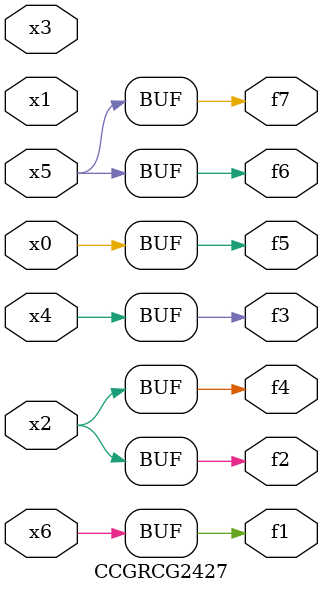
<source format=v>
module CCGRCG2427(
	input x0, x1, x2, x3, x4, x5, x6,
	output f1, f2, f3, f4, f5, f6, f7
);
	assign f1 = x6;
	assign f2 = x2;
	assign f3 = x4;
	assign f4 = x2;
	assign f5 = x0;
	assign f6 = x5;
	assign f7 = x5;
endmodule

</source>
